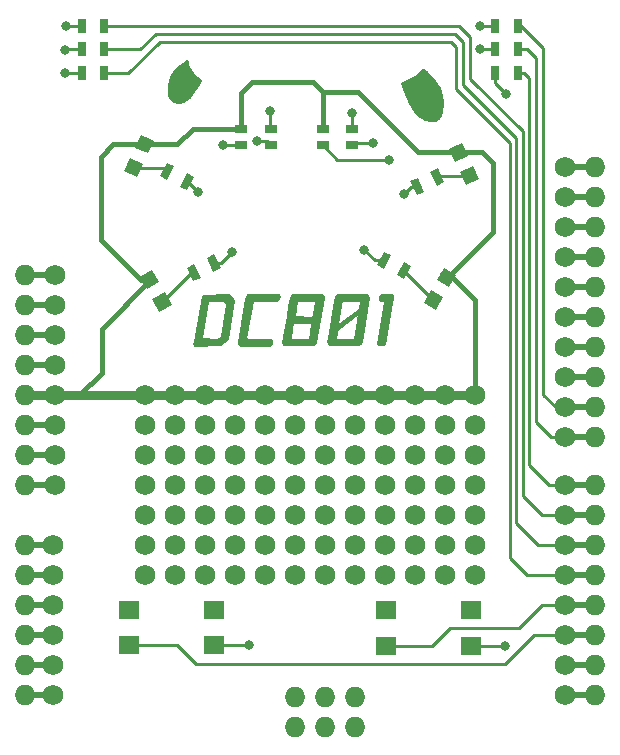
<source format=gtl>
G04 #@! TF.GenerationSoftware,KiCad,Pcbnew,(2017-12-24 revision 570866557)-makepkg*
G04 #@! TF.CreationDate,2018-02-26T21:20:21-07:00*
G04 #@! TF.ProjectId,DC801 Shield,444338303120536869656C642E6B6963,rev?*
G04 #@! TF.SameCoordinates,Original*
G04 #@! TF.FileFunction,Copper,L1,Top,Signal*
G04 #@! TF.FilePolarity,Positive*
%FSLAX46Y46*%
G04 Gerber Fmt 4.6, Leading zero omitted, Abs format (unit mm)*
G04 Created by KiCad (PCBNEW (2017-12-24 revision 570866557)-makepkg) date 02/26/18 21:20:21*
%MOMM*%
%LPD*%
G01*
G04 APERTURE LIST*
%ADD10R,0.700000X1.300000*%
%ADD11C,1.727200*%
%ADD12O,1.727200X1.727200*%
%ADD13R,1.000000X0.800000*%
%ADD14C,1.200000*%
%ADD15C,0.100000*%
%ADD16C,0.700000*%
%ADD17R,1.800000X1.600000*%
%ADD18C,0.800000*%
%ADD19C,0.250000*%
%ADD20C,0.500000*%
%ADD21C,0.400000*%
%ADD22C,0.800000*%
%ADD23C,0.254000*%
G04 APERTURE END LIST*
D10*
X119050000Y-78000000D03*
X120950000Y-78000000D03*
D11*
X152340000Y-120540000D03*
X149800000Y-120540000D03*
X147260000Y-120540000D03*
X144720000Y-120540000D03*
X142180000Y-120540000D03*
X139640000Y-120540000D03*
X137100000Y-120540000D03*
X134560000Y-120540000D03*
X132020000Y-120540000D03*
X129480000Y-120540000D03*
X126940000Y-120540000D03*
X152340000Y-105300000D03*
X149800000Y-105300000D03*
X147260000Y-105300000D03*
X144720000Y-105300000D03*
X142180000Y-105300000D03*
X139640000Y-105300000D03*
X137100000Y-105300000D03*
X134560000Y-105300000D03*
X132020000Y-105300000D03*
X129480000Y-105300000D03*
X126940000Y-105300000D03*
X124400000Y-120540000D03*
X152340000Y-118000000D03*
X149800000Y-118000000D03*
X147260000Y-118000000D03*
X144720000Y-118000000D03*
X142180000Y-118000000D03*
X139640000Y-118000000D03*
X137100000Y-118000000D03*
X134560000Y-118000000D03*
X132020000Y-118000000D03*
X129480000Y-118000000D03*
X126940000Y-118000000D03*
X124400000Y-118000000D03*
X152340000Y-115460000D03*
X149800000Y-115460000D03*
X147260000Y-115460000D03*
X144720000Y-115460000D03*
X142180000Y-115460000D03*
X139640000Y-115460000D03*
X137100000Y-115460000D03*
X134560000Y-115460000D03*
X132020000Y-115460000D03*
X129480000Y-115460000D03*
X126940000Y-115460000D03*
X124400000Y-115460000D03*
X152340000Y-112920000D03*
X149800000Y-112920000D03*
X147260000Y-112920000D03*
X144720000Y-112920000D03*
X142180000Y-112920000D03*
X139640000Y-112920000D03*
X137100000Y-112920000D03*
X134560000Y-112920000D03*
X132020000Y-112920000D03*
X129480000Y-112920000D03*
X126940000Y-112920000D03*
X124400000Y-112920000D03*
X152340000Y-110380000D03*
X149800000Y-110380000D03*
X147260000Y-110380000D03*
X144720000Y-110380000D03*
X142180000Y-110380000D03*
X139640000Y-110380000D03*
X137100000Y-110380000D03*
X134560000Y-110380000D03*
X132020000Y-110380000D03*
X129480000Y-110380000D03*
X126940000Y-110380000D03*
X124400000Y-110380000D03*
X152340000Y-107840000D03*
X149800000Y-107840000D03*
X147260000Y-107840000D03*
X144720000Y-107840000D03*
X142180000Y-107840000D03*
X139640000Y-107840000D03*
X137100000Y-107840000D03*
X134560000Y-107840000D03*
X132020000Y-107840000D03*
X129480000Y-107840000D03*
X126940000Y-107840000D03*
X124400000Y-107840000D03*
X124400000Y-105300000D03*
X159960000Y-130700000D03*
X159960000Y-128160000D03*
X159960000Y-125620000D03*
X159960000Y-123080000D03*
X159960000Y-120540000D03*
X159960000Y-118000000D03*
X159960000Y-115460000D03*
X159960000Y-112920000D03*
X159960000Y-108856000D03*
X159960000Y-106316000D03*
X159960000Y-103776000D03*
X159960000Y-101236000D03*
X159960000Y-98696000D03*
X159960000Y-96156000D03*
X159960000Y-93616000D03*
X159960000Y-91076000D03*
X159960000Y-88536000D03*
X159960000Y-85996000D03*
X116580000Y-130700000D03*
X116580000Y-128160000D03*
X116580000Y-125620000D03*
X116580000Y-123080000D03*
X116580000Y-120540000D03*
X116580000Y-118000000D03*
X116780000Y-112920000D03*
X116780000Y-110380000D03*
X116780000Y-107840000D03*
X116780000Y-105300000D03*
X116780000Y-102760000D03*
X116780000Y-100220000D03*
X116780000Y-97680000D03*
D12*
X137100000Y-130827000D03*
X137100000Y-133367000D03*
X139640000Y-133367000D03*
X139640000Y-130827000D03*
X142180000Y-133367000D03*
X114240000Y-118000000D03*
X114240000Y-112920000D03*
X114240000Y-110380000D03*
X114240000Y-107840000D03*
X114240000Y-105300000D03*
X114240000Y-102760000D03*
X114240000Y-100220000D03*
X114240000Y-97680000D03*
X162500000Y-130700000D03*
X162500000Y-128160000D03*
X162500000Y-125620000D03*
X162500000Y-123080000D03*
X162500000Y-120540000D03*
X162500000Y-118000000D03*
X162500000Y-115460000D03*
X162500000Y-112920000D03*
X162500000Y-93616000D03*
X162500000Y-108856000D03*
X162500000Y-106316000D03*
X162500000Y-103776000D03*
X162500000Y-85996000D03*
X162500000Y-88536000D03*
X162500000Y-91076000D03*
X162500000Y-96156000D03*
X162500000Y-98696000D03*
X162500000Y-101236000D03*
X114240000Y-95140000D03*
X114240000Y-120540000D03*
X114240000Y-123080000D03*
X114240000Y-125620000D03*
X114240000Y-128160000D03*
X114240000Y-130700000D03*
X142180000Y-130827000D03*
D13*
X132550000Y-84125000D03*
X135050000Y-84125000D03*
X135050000Y-82725000D03*
X132550000Y-82725000D03*
X139450000Y-82725000D03*
X141950000Y-82725000D03*
X141950000Y-84125000D03*
X139450000Y-84125000D03*
D14*
X124750000Y-95497372D03*
D15*
G36*
X123930385Y-95277757D02*
X124969615Y-94677757D01*
X125569615Y-95716987D01*
X124530385Y-96316987D01*
X123930385Y-95277757D01*
X123930385Y-95277757D01*
G37*
D14*
X125850000Y-97402628D03*
D15*
G36*
X125030385Y-97183013D02*
X126069615Y-96583013D01*
X126669615Y-97622243D01*
X125630385Y-98222243D01*
X125030385Y-97183013D01*
X125030385Y-97183013D01*
G37*
D14*
X148825000Y-97227628D03*
D15*
G36*
X148605385Y-96408013D02*
X149644615Y-97008013D01*
X149044615Y-98047243D01*
X148005385Y-97447243D01*
X148605385Y-96408013D01*
X148605385Y-96408013D01*
G37*
D14*
X149925000Y-95322372D03*
D15*
G36*
X149705385Y-94502757D02*
X150744615Y-95102757D01*
X150144615Y-96141987D01*
X149105385Y-95541987D01*
X149705385Y-94502757D01*
X149705385Y-94502757D01*
G37*
D14*
X124364880Y-84028061D03*
D15*
G36*
X124074666Y-83230705D02*
X125162236Y-83737847D01*
X124655094Y-84825417D01*
X123567524Y-84318275D01*
X124074666Y-83230705D01*
X124074666Y-83230705D01*
G37*
D14*
X123435120Y-86021939D03*
D15*
G36*
X123144906Y-85224583D02*
X124232476Y-85731725D01*
X123725334Y-86819295D01*
X122637764Y-86312153D01*
X123144906Y-85224583D01*
X123144906Y-85224583D01*
G37*
D14*
X151864880Y-86721939D03*
D15*
G36*
X151067524Y-86431725D02*
X152155094Y-85924583D01*
X152662236Y-87012153D01*
X151574666Y-87519295D01*
X151067524Y-86431725D01*
X151067524Y-86431725D01*
G37*
D14*
X150935120Y-84728061D03*
D15*
G36*
X150137764Y-84437847D02*
X151225334Y-83930705D01*
X151732476Y-85018275D01*
X150644906Y-85525417D01*
X150137764Y-84437847D01*
X150137764Y-84437847D01*
G37*
D10*
X119050000Y-76000000D03*
X120950000Y-76000000D03*
X120950000Y-73999999D03*
X119050000Y-74000001D03*
X154050000Y-78000000D03*
X155950000Y-78000000D03*
X155949999Y-76000000D03*
X154050001Y-76000000D03*
X155950000Y-74000000D03*
X154050000Y-74000000D03*
D16*
X130228854Y-94083547D03*
D15*
G36*
X130199217Y-94821193D02*
X129629335Y-93652761D01*
X130258491Y-93345901D01*
X130828373Y-94514333D01*
X130199217Y-94821193D01*
X130199217Y-94821193D01*
G37*
D16*
X128521146Y-94916453D03*
D15*
G36*
X128491509Y-95654099D02*
X127921627Y-94485667D01*
X128550783Y-94178807D01*
X129120665Y-95347239D01*
X128491509Y-95654099D01*
X128491509Y-95654099D01*
G37*
D16*
X146346457Y-94731290D03*
D15*
G36*
X146953403Y-94311032D02*
X146363215Y-95469341D01*
X145739511Y-95151548D01*
X146329699Y-93993239D01*
X146953403Y-94311032D01*
X146953403Y-94311032D01*
G37*
D16*
X144653543Y-93868710D03*
D15*
G36*
X145260489Y-93448452D02*
X144670301Y-94606761D01*
X144046597Y-94288968D01*
X144636785Y-93130659D01*
X145260489Y-93448452D01*
X145260489Y-93448452D01*
G37*
D16*
X127946456Y-87206291D03*
D15*
G36*
X127339510Y-87626549D02*
X127929698Y-86468240D01*
X128553402Y-86786033D01*
X127963214Y-87944342D01*
X127339510Y-87626549D01*
X127339510Y-87626549D01*
G37*
D16*
X126253544Y-86343709D03*
D15*
G36*
X125646598Y-86763967D02*
X126236786Y-85605658D01*
X126860490Y-85923451D01*
X126270302Y-87081760D01*
X125646598Y-86763967D01*
X125646598Y-86763967D01*
G37*
D16*
X149160991Y-86823513D03*
D15*
G36*
X149203497Y-86086497D02*
X149752901Y-87264697D01*
X149118485Y-87560529D01*
X148569081Y-86382329D01*
X149203497Y-86086497D01*
X149203497Y-86086497D01*
G37*
D16*
X147439009Y-87626487D03*
D15*
G36*
X147481515Y-86889471D02*
X148030919Y-88067671D01*
X147396503Y-88363503D01*
X146847099Y-87185303D01*
X147481515Y-86889471D01*
X147481515Y-86889471D01*
G37*
D17*
X123025000Y-123450000D03*
X130225000Y-123450000D03*
X123025000Y-126450000D03*
X130225000Y-126450000D03*
X152025000Y-126500000D03*
X144825000Y-126500000D03*
X152025000Y-123500000D03*
X144825000Y-123500000D03*
D11*
X116780000Y-95140000D03*
D18*
X130975000Y-84100000D03*
X117625000Y-77975000D03*
X133925000Y-83775000D03*
X117650000Y-76025000D03*
X135025000Y-81200000D03*
X117675000Y-74025000D03*
X141925000Y-81425000D03*
X152775000Y-74000000D03*
X143725000Y-83950000D03*
X152800000Y-76000000D03*
X145050000Y-85350000D03*
X154975000Y-79775000D03*
X154925000Y-126525000D03*
X133225000Y-126475000D03*
X131750000Y-93200000D03*
X142975000Y-93000000D03*
X128925000Y-88075000D03*
X146325000Y-88225000D03*
D19*
X159960000Y-115460000D02*
X162060000Y-115460000D01*
D20*
X116780000Y-97680000D02*
X114230000Y-97680000D01*
X114240000Y-95140000D02*
X116780000Y-95140000D01*
D19*
X130975000Y-84100000D02*
X132525000Y-84100000D01*
X132525000Y-84100000D02*
X132550000Y-84125000D01*
X117650000Y-78000000D02*
X117625000Y-77975000D01*
X119050000Y-78000000D02*
X117650000Y-78000000D01*
X133925000Y-83775000D02*
X134700000Y-83775000D01*
X134700000Y-83775000D02*
X135050000Y-84125000D01*
X117675000Y-76000000D02*
X117650000Y-76025000D01*
X119050000Y-76000000D02*
X117675000Y-76000000D01*
X135025000Y-81200000D02*
X135025000Y-82700000D01*
X135025000Y-82700000D02*
X135050000Y-82725000D01*
X117699999Y-74000001D02*
X117675000Y-74025000D01*
X119050000Y-74000001D02*
X117699999Y-74000001D01*
X141925000Y-81425000D02*
X141925000Y-82700000D01*
X141925000Y-82700000D02*
X141950000Y-82725000D01*
X154050000Y-74000000D02*
X152775000Y-74000000D01*
X141950000Y-82725000D02*
X141950000Y-82325000D01*
X143725000Y-83950000D02*
X142125000Y-83950000D01*
X142125000Y-83950000D02*
X141950000Y-84125000D01*
X154050001Y-76000000D02*
X152800000Y-76000000D01*
X145050000Y-85350000D02*
X140675000Y-85350000D01*
X140675000Y-85350000D02*
X139450000Y-84125000D01*
X154050000Y-78850000D02*
X154975000Y-79775000D01*
X154050000Y-78000000D02*
X154050000Y-78850000D01*
X139450000Y-84125000D02*
X139750000Y-84125000D01*
X128521146Y-94916453D02*
X128336175Y-94916453D01*
X128336175Y-94916453D02*
X125850000Y-97402628D01*
X146346457Y-94731290D02*
X146346457Y-94749085D01*
X146346457Y-94749085D02*
X148825000Y-97227628D01*
X123435120Y-86021939D02*
X125931774Y-86021939D01*
X125931774Y-86021939D02*
X126253544Y-86343709D01*
X151864880Y-86721939D02*
X149262565Y-86721939D01*
X149262565Y-86721939D02*
X149160991Y-86823513D01*
D20*
X114240000Y-118000000D02*
X116525000Y-118000000D01*
X114240000Y-112920000D02*
X116755000Y-112920000D01*
D19*
X154900000Y-126500000D02*
X154925000Y-126525000D01*
X152025000Y-126500000D02*
X154900000Y-126500000D01*
X133200000Y-126450000D02*
X133225000Y-126475000D01*
X130225000Y-126450000D02*
X133200000Y-126450000D01*
D20*
X162500000Y-93616000D02*
X160059000Y-93616000D01*
X114240000Y-110380000D02*
X116645000Y-110380000D01*
X114240000Y-107840000D02*
X116790000Y-107840000D01*
D21*
X150522372Y-95372372D02*
X152340000Y-97190000D01*
X152340000Y-97190000D02*
X152340000Y-105300000D01*
X149950000Y-95372372D02*
X150522372Y-95372372D01*
X153850000Y-85625000D02*
X153850000Y-91472372D01*
X153850000Y-91472372D02*
X149950000Y-95372372D01*
X152953061Y-84728061D02*
X153850000Y-85625000D01*
X150935120Y-84728061D02*
X152953061Y-84728061D01*
X147553061Y-84728061D02*
X142475000Y-79650000D01*
X150935120Y-84728061D02*
X147553061Y-84728061D01*
X142475000Y-79650000D02*
X139450000Y-79650000D01*
X138600000Y-78800000D02*
X139450000Y-79650000D01*
X139450000Y-79650000D02*
X139450000Y-82725000D01*
X133425000Y-78800000D02*
X138600000Y-78800000D01*
X132550000Y-79675000D02*
X133425000Y-78800000D01*
X132550000Y-82725000D02*
X132550000Y-79675000D01*
D22*
X149800000Y-105300000D02*
X152340000Y-105300000D01*
X147260000Y-105300000D02*
X149800000Y-105300000D01*
X144720000Y-105300000D02*
X147260000Y-105300000D01*
X142180000Y-105300000D02*
X144720000Y-105300000D01*
X139640000Y-105300000D02*
X142180000Y-105300000D01*
X137100000Y-105300000D02*
X139640000Y-105300000D01*
X134560000Y-105300000D02*
X137100000Y-105300000D01*
X132020000Y-105300000D02*
X134560000Y-105300000D01*
X129480000Y-105300000D02*
X132020000Y-105300000D01*
X126940000Y-105300000D02*
X129480000Y-105300000D01*
X124400000Y-105300000D02*
X126940000Y-105300000D01*
X116780000Y-105300000D02*
X124400000Y-105300000D01*
X114240000Y-105300000D02*
X116780000Y-105300000D01*
D21*
X127121939Y-84028061D02*
X128425000Y-82725000D01*
X128425000Y-82725000D02*
X132550000Y-82725000D01*
X124364880Y-84028061D02*
X127121939Y-84028061D01*
X120650000Y-85100000D02*
X121721939Y-84028061D01*
X121721939Y-84028061D02*
X124364880Y-84028061D01*
X120650000Y-92150000D02*
X120650000Y-85100000D01*
X124072372Y-95572372D02*
X120650000Y-92150000D01*
X124850000Y-95572372D02*
X124072372Y-95572372D01*
X120725000Y-103375000D02*
X120725000Y-99697372D01*
X120725000Y-99697372D02*
X124850000Y-95572372D01*
X118800000Y-105300000D02*
X120725000Y-103375000D01*
X116780000Y-105300000D02*
X118800000Y-105300000D01*
D20*
X114240000Y-105300000D02*
X116725000Y-105300000D01*
X114240000Y-102760000D02*
X116790000Y-102760000D01*
X114240000Y-100220000D02*
X116670000Y-100220000D01*
X162500000Y-130700000D02*
X160000000Y-130700000D01*
X162500000Y-128160000D02*
X159940000Y-128160000D01*
D19*
X154875000Y-128050000D02*
X157305000Y-125620000D01*
X157305000Y-125620000D02*
X162500000Y-125620000D01*
X128700000Y-128050000D02*
X154875000Y-128050000D01*
X127100000Y-126450000D02*
X128700000Y-128050000D01*
X123025000Y-126450000D02*
X127100000Y-126450000D01*
D20*
X162500000Y-125620000D02*
X159920000Y-125620000D01*
D19*
X156100000Y-124975000D02*
X157995000Y-123080000D01*
X157995000Y-123080000D02*
X162500000Y-123080000D01*
X150250000Y-124975000D02*
X156100000Y-124975000D01*
X148725000Y-126500000D02*
X150250000Y-124975000D01*
X144825000Y-126500000D02*
X148725000Y-126500000D01*
D20*
X162500000Y-123080000D02*
X159945000Y-123080000D01*
X162500000Y-85996000D02*
X160004000Y-85996000D01*
X162500000Y-88536000D02*
X160164000Y-88536000D01*
X162500000Y-91076000D02*
X160049000Y-91076000D01*
X114240000Y-120540000D02*
X116635000Y-120540000D01*
X114240000Y-123080000D02*
X116545000Y-123080000D01*
X114240000Y-125620000D02*
X116455000Y-125620000D01*
X114240000Y-128160000D02*
X116560000Y-128160000D01*
X114240000Y-130700000D02*
X116550000Y-130700000D01*
D19*
X150725000Y-75800000D02*
X150275000Y-75350000D01*
X160035000Y-120540000D02*
X156740000Y-120540000D01*
X150725000Y-79350000D02*
X150725000Y-75800000D01*
X155275000Y-83900000D02*
X150725000Y-79350000D01*
X156740000Y-120540000D02*
X155275000Y-119075000D01*
X155275000Y-119075000D02*
X155275000Y-83900000D01*
X150275000Y-75350000D02*
X125650000Y-75350000D01*
X125650000Y-75350000D02*
X123000000Y-78000000D01*
X123000000Y-78000000D02*
X120950000Y-78000000D01*
D20*
X162500000Y-120540000D02*
X160035000Y-120540000D01*
D19*
X151350000Y-75375000D02*
X150650000Y-74675000D01*
X151350000Y-79050000D02*
X151350000Y-75375000D01*
X155825000Y-83525000D02*
X151350000Y-79050000D01*
X160075000Y-118000000D02*
X157700000Y-118000000D01*
X155825000Y-116125000D02*
X155825000Y-83525000D01*
X157700000Y-118000000D02*
X155825000Y-116125000D01*
X150650000Y-74675000D02*
X125325000Y-74675000D01*
X125325000Y-74675000D02*
X124000000Y-76000000D01*
X124000000Y-76000000D02*
X120950000Y-76000000D01*
D20*
X162500000Y-118000000D02*
X160075000Y-118000000D01*
D19*
X152075000Y-78650000D02*
X151950000Y-78525000D01*
X156375000Y-82925000D02*
X152075000Y-78650000D01*
X151950000Y-78525000D02*
X151950000Y-74950000D01*
X151950000Y-74950000D02*
X150999999Y-73999999D01*
X150999999Y-73999999D02*
X120950000Y-73999999D01*
X160035000Y-115460000D02*
X157985000Y-115460000D01*
X156375000Y-113850000D02*
X156375000Y-82950000D01*
X157985000Y-115460000D02*
X156375000Y-113850000D01*
D20*
X162500000Y-115460000D02*
X160035000Y-115460000D01*
D19*
X156925000Y-111200000D02*
X158645000Y-112920000D01*
X158645000Y-112920000D02*
X159930000Y-112920000D01*
X156925000Y-78475000D02*
X156925000Y-111200000D01*
X156450000Y-78000000D02*
X156925000Y-78475000D01*
X155950000Y-78000000D02*
X156450000Y-78000000D01*
D20*
X162500000Y-112920000D02*
X159930000Y-112920000D01*
D19*
X157500000Y-107550000D02*
X158806000Y-108856000D01*
X158806000Y-108856000D02*
X160019000Y-108856000D01*
X157500000Y-76725000D02*
X157500000Y-107550000D01*
X156775000Y-76000000D02*
X157500000Y-76725000D01*
X155949999Y-76000000D02*
X156775000Y-76000000D01*
D20*
X162500000Y-108856000D02*
X160019000Y-108856000D01*
D19*
X158100000Y-105250000D02*
X159166000Y-106316000D01*
X159166000Y-106316000D02*
X160059000Y-106316000D01*
X158100000Y-75875000D02*
X158100000Y-105250000D01*
X156225000Y-74000000D02*
X158100000Y-75875000D01*
X155950000Y-74000000D02*
X156225000Y-74000000D01*
D20*
X162500000Y-106316000D02*
X160059000Y-106316000D01*
D19*
X130866453Y-94083547D02*
X131750000Y-93200000D01*
X130228854Y-94083547D02*
X130866453Y-94083547D01*
D20*
X162500000Y-103776000D02*
X160024000Y-103776000D01*
D19*
X143843710Y-93868710D02*
X142975000Y-93000000D01*
X144653543Y-93868710D02*
X143843710Y-93868710D01*
D20*
X162500000Y-101236000D02*
X160064000Y-101236000D01*
D19*
X128056291Y-87206291D02*
X128925000Y-88075000D01*
X127946456Y-87206291D02*
X128056291Y-87206291D01*
D20*
X162500000Y-98696000D02*
X160004000Y-98696000D01*
D19*
X146923513Y-87626487D02*
X146325000Y-88225000D01*
X147439009Y-87626487D02*
X146923513Y-87626487D01*
D20*
X162500000Y-96156000D02*
X160019000Y-96156000D01*
D23*
G36*
X127977976Y-77160538D02*
X128076792Y-77555802D01*
X128094330Y-77595447D01*
X128494330Y-78195447D01*
X128529553Y-78230670D01*
X129043812Y-78573510D01*
X128887967Y-78963122D01*
X128107332Y-80036496D01*
X127638353Y-80411679D01*
X127379390Y-80498000D01*
X127120610Y-80498000D01*
X126856294Y-80409895D01*
X126598509Y-80238038D01*
X126427000Y-79895020D01*
X126427000Y-78945610D01*
X126617630Y-78373720D01*
X126804374Y-78000232D01*
X127382375Y-77422232D01*
X127933893Y-77028290D01*
X127977976Y-77160538D01*
X127977976Y-77160538D01*
G37*
X127977976Y-77160538D02*
X128076792Y-77555802D01*
X128094330Y-77595447D01*
X128494330Y-78195447D01*
X128529553Y-78230670D01*
X129043812Y-78573510D01*
X128887967Y-78963122D01*
X128107332Y-80036496D01*
X127638353Y-80411679D01*
X127379390Y-80498000D01*
X127120610Y-80498000D01*
X126856294Y-80409895D01*
X126598509Y-80238038D01*
X126427000Y-79895020D01*
X126427000Y-78945610D01*
X126617630Y-78373720D01*
X126804374Y-78000232D01*
X127382375Y-77422232D01*
X127933893Y-77028290D01*
X127977976Y-77160538D01*
G36*
X148213172Y-77918629D02*
X148898945Y-78702369D01*
X149284895Y-79281294D01*
X149475895Y-79854296D01*
X149571710Y-80525000D01*
X149475202Y-81200559D01*
X149382127Y-81572857D01*
X149208419Y-81833419D01*
X148961548Y-81998000D01*
X148612577Y-81998000D01*
X148146478Y-81904780D01*
X147678749Y-81624142D01*
X147297232Y-81242626D01*
X146811702Y-80562884D01*
X146320081Y-79382993D01*
X146158186Y-78816362D01*
X146430802Y-78748208D01*
X146447167Y-78742917D01*
X146947167Y-78542917D01*
X146965341Y-78533902D01*
X147465341Y-78233902D01*
X147489803Y-78214803D01*
X147889803Y-77814803D01*
X147913592Y-77781796D01*
X147945538Y-77717904D01*
X148213172Y-77918629D01*
X148213172Y-77918629D01*
G37*
X148213172Y-77918629D02*
X148898945Y-78702369D01*
X149284895Y-79281294D01*
X149475895Y-79854296D01*
X149571710Y-80525000D01*
X149475202Y-81200559D01*
X149382127Y-81572857D01*
X149208419Y-81833419D01*
X148961548Y-81998000D01*
X148612577Y-81998000D01*
X148146478Y-81904780D01*
X147678749Y-81624142D01*
X147297232Y-81242626D01*
X146811702Y-80562884D01*
X146320081Y-79382993D01*
X146158186Y-78816362D01*
X146430802Y-78748208D01*
X146447167Y-78742917D01*
X146947167Y-78542917D01*
X146965341Y-78533902D01*
X147465341Y-78233902D01*
X147489803Y-78214803D01*
X147889803Y-77814803D01*
X147913592Y-77781796D01*
X147945538Y-77717904D01*
X148213172Y-77918629D01*
G36*
X131864188Y-97243794D02*
X131332458Y-100506686D01*
X130754487Y-100973509D01*
X128623763Y-100997722D01*
X128621330Y-100996748D01*
X129287194Y-100552839D01*
X130397240Y-100576970D01*
X130400000Y-100577000D01*
X130550000Y-100577000D01*
X130620447Y-100555670D01*
X130845447Y-100405670D01*
X130880523Y-100370668D01*
X130900536Y-100319226D01*
X131325536Y-97544226D01*
X131323338Y-97494722D01*
X131295577Y-97441370D01*
X131120577Y-97241370D01*
X131081298Y-97211160D01*
X131025000Y-97198000D01*
X129750000Y-97198000D01*
X129701399Y-97207667D01*
X129660197Y-97235197D01*
X129632667Y-97276399D01*
X129624620Y-97304777D01*
X129133444Y-100350069D01*
X128601685Y-100704575D01*
X129281752Y-96850860D01*
X131447961Y-96827567D01*
X131864188Y-97243794D01*
X131864188Y-97243794D01*
G37*
X131864188Y-97243794D02*
X131332458Y-100506686D01*
X130754487Y-100973509D01*
X128623763Y-100997722D01*
X128621330Y-100996748D01*
X129287194Y-100552839D01*
X130397240Y-100576970D01*
X130400000Y-100577000D01*
X130550000Y-100577000D01*
X130620447Y-100555670D01*
X130845447Y-100405670D01*
X130880523Y-100370668D01*
X130900536Y-100319226D01*
X131325536Y-97544226D01*
X131323338Y-97494722D01*
X131295577Y-97441370D01*
X131120577Y-97241370D01*
X131081298Y-97211160D01*
X131025000Y-97198000D01*
X129750000Y-97198000D01*
X129701399Y-97207667D01*
X129660197Y-97235197D01*
X129632667Y-97276399D01*
X129624620Y-97304777D01*
X129133444Y-100350069D01*
X128601685Y-100704575D01*
X129281752Y-96850860D01*
X131447961Y-96827567D01*
X131864188Y-97243794D01*
G36*
X128858882Y-100736754D02*
X128780508Y-100998000D01*
X128624459Y-100998000D01*
X128566998Y-100975015D01*
X128557698Y-100956416D01*
X128603446Y-100712427D01*
X128858882Y-100736754D01*
X128858882Y-100736754D01*
G37*
X128858882Y-100736754D02*
X128780508Y-100998000D01*
X128624459Y-100998000D01*
X128566998Y-100975015D01*
X128557698Y-100956416D01*
X128603446Y-100712427D01*
X128858882Y-100736754D01*
G36*
X135694086Y-96848692D02*
X135712136Y-96866742D01*
X135658007Y-97137387D01*
X135615131Y-97180263D01*
X135490971Y-97198000D01*
X133550000Y-97198000D01*
X133501399Y-97207667D01*
X133460197Y-97235197D01*
X133432667Y-97276399D01*
X133424755Y-97303959D01*
X132899755Y-100428959D01*
X132901237Y-100478490D01*
X132921560Y-100523683D01*
X132957631Y-100557659D01*
X133023393Y-100576990D01*
X134988692Y-100601867D01*
X135078930Y-100616907D01*
X135089879Y-100631506D01*
X135032416Y-100937978D01*
X135003630Y-100966764D01*
X134925541Y-100998000D01*
X132537577Y-100998000D01*
X132449541Y-100980393D01*
X132405914Y-100951308D01*
X132368581Y-100913975D01*
X132353718Y-100824796D01*
X132973091Y-97034232D01*
X133008236Y-96946370D01*
X133078749Y-96875857D01*
X133160178Y-96827000D01*
X135661548Y-96827000D01*
X135694086Y-96848692D01*
X135694086Y-96848692D01*
G37*
X135694086Y-96848692D02*
X135712136Y-96866742D01*
X135658007Y-97137387D01*
X135615131Y-97180263D01*
X135490971Y-97198000D01*
X133550000Y-97198000D01*
X133501399Y-97207667D01*
X133460197Y-97235197D01*
X133432667Y-97276399D01*
X133424755Y-97303959D01*
X132899755Y-100428959D01*
X132901237Y-100478490D01*
X132921560Y-100523683D01*
X132957631Y-100557659D01*
X133023393Y-100576990D01*
X134988692Y-100601867D01*
X135078930Y-100616907D01*
X135089879Y-100631506D01*
X135032416Y-100937978D01*
X135003630Y-100966764D01*
X134925541Y-100998000D01*
X132537577Y-100998000D01*
X132449541Y-100980393D01*
X132405914Y-100951308D01*
X132368581Y-100913975D01*
X132353718Y-100824796D01*
X132973091Y-97034232D01*
X133008236Y-96946370D01*
X133078749Y-96875857D01*
X133160178Y-96827000D01*
X135661548Y-96827000D01*
X135694086Y-96848692D01*
G36*
X139378630Y-96858236D02*
X139436927Y-96916533D01*
X139469943Y-97032089D01*
X138828836Y-100780095D01*
X138782433Y-100857433D01*
X138589822Y-100973000D01*
X136242333Y-100973000D01*
X136183424Y-100928818D01*
X136127000Y-100872394D01*
X136127000Y-100785925D01*
X136431209Y-99030874D01*
X136878978Y-99046866D01*
X136674317Y-100456756D01*
X136676903Y-100506241D01*
X136698228Y-100550970D01*
X136735048Y-100584134D01*
X136800000Y-100602000D01*
X138250000Y-100602000D01*
X138298601Y-100592333D01*
X138339803Y-100564803D01*
X138367333Y-100523601D01*
X138375405Y-100495065D01*
X138575277Y-99245865D01*
X138900134Y-97371690D01*
X138898909Y-97322152D01*
X138878820Y-97276854D01*
X138842926Y-97242692D01*
X138777228Y-97223020D01*
X137353290Y-97198039D01*
X136738655Y-97177551D01*
X136749308Y-97060363D01*
X136804374Y-96950232D01*
X136914930Y-96839676D01*
X136965634Y-96827000D01*
X139300540Y-96827000D01*
X139378630Y-96858236D01*
X139378630Y-96858236D01*
G37*
X139378630Y-96858236D02*
X139436927Y-96916533D01*
X139469943Y-97032089D01*
X138828836Y-100780095D01*
X138782433Y-100857433D01*
X138589822Y-100973000D01*
X136242333Y-100973000D01*
X136183424Y-100928818D01*
X136127000Y-100872394D01*
X136127000Y-100785925D01*
X136431209Y-99030874D01*
X136878978Y-99046866D01*
X136674317Y-100456756D01*
X136676903Y-100506241D01*
X136698228Y-100550970D01*
X136735048Y-100584134D01*
X136800000Y-100602000D01*
X138250000Y-100602000D01*
X138298601Y-100592333D01*
X138339803Y-100564803D01*
X138367333Y-100523601D01*
X138375405Y-100495065D01*
X138575277Y-99245865D01*
X138900134Y-97371690D01*
X138898909Y-97322152D01*
X138878820Y-97276854D01*
X138842926Y-97242692D01*
X138777228Y-97223020D01*
X137353290Y-97198039D01*
X136738655Y-97177551D01*
X136749308Y-97060363D01*
X136804374Y-96950232D01*
X136914930Y-96839676D01*
X136965634Y-96827000D01*
X139300540Y-96827000D01*
X139378630Y-96858236D01*
G36*
X136999502Y-98555526D02*
X137001603Y-98605035D01*
X137022489Y-98649970D01*
X137058982Y-98683493D01*
X137122952Y-98701983D01*
X138532124Y-98724712D01*
X138487475Y-99096782D01*
X136423191Y-99074586D01*
X136708656Y-97252000D01*
X137201773Y-97252000D01*
X136999502Y-98555526D01*
X136999502Y-98555526D01*
G37*
X136999502Y-98555526D02*
X137001603Y-98605035D01*
X137022489Y-98649970D01*
X137058982Y-98683493D01*
X137122952Y-98701983D01*
X138532124Y-98724712D01*
X138487475Y-99096782D01*
X136423191Y-99074586D01*
X136708656Y-97252000D01*
X137201773Y-97252000D01*
X136999502Y-98555526D01*
G36*
X143118706Y-96840105D02*
X143223141Y-96909728D01*
X143268669Y-97015961D01*
X142653621Y-100755455D01*
X142603897Y-100838327D01*
X142529044Y-100894467D01*
X142432645Y-100952306D01*
X142267096Y-100973000D01*
X140160511Y-100973000D01*
X140025880Y-100950562D01*
X139974546Y-100937728D01*
X139946123Y-100899830D01*
X139928063Y-100773410D01*
X139975665Y-100368790D01*
X140055991Y-99927000D01*
X140552799Y-99927000D01*
X140474371Y-100456388D01*
X140476812Y-100505881D01*
X140498007Y-100550673D01*
X140534729Y-100583944D01*
X140600000Y-100602000D01*
X142050000Y-100602000D01*
X142098601Y-100592333D01*
X142139803Y-100564803D01*
X142167333Y-100523601D01*
X142175272Y-100495879D01*
X142700272Y-97345879D01*
X142698726Y-97296350D01*
X142678344Y-97251183D01*
X142642229Y-97217254D01*
X142575000Y-97198000D01*
X140520057Y-97198000D01*
X140548082Y-96987816D01*
X140585056Y-96913868D01*
X140618603Y-96863548D01*
X140678154Y-96818885D01*
X140762577Y-96802000D01*
X143004390Y-96802000D01*
X143118706Y-96840105D01*
X143118706Y-96840105D01*
G37*
X143118706Y-96840105D02*
X143223141Y-96909728D01*
X143268669Y-97015961D01*
X142653621Y-100755455D01*
X142603897Y-100838327D01*
X142529044Y-100894467D01*
X142432645Y-100952306D01*
X142267096Y-100973000D01*
X140160511Y-100973000D01*
X140025880Y-100950562D01*
X139974546Y-100937728D01*
X139946123Y-100899830D01*
X139928063Y-100773410D01*
X139975665Y-100368790D01*
X140055991Y-99927000D01*
X140552799Y-99927000D01*
X140474371Y-100456388D01*
X140476812Y-100505881D01*
X140498007Y-100550673D01*
X140534729Y-100583944D01*
X140600000Y-100602000D01*
X142050000Y-100602000D01*
X142098601Y-100592333D01*
X142139803Y-100564803D01*
X142167333Y-100523601D01*
X142175272Y-100495879D01*
X142700272Y-97345879D01*
X142698726Y-97296350D01*
X142678344Y-97251183D01*
X142642229Y-97217254D01*
X142575000Y-97198000D01*
X140520057Y-97198000D01*
X140548082Y-96987816D01*
X140585056Y-96913868D01*
X140618603Y-96863548D01*
X140678154Y-96818885D01*
X140762577Y-96802000D01*
X143004390Y-96802000D01*
X143118706Y-96840105D01*
G36*
X140674530Y-99180348D02*
X140676560Y-99229859D01*
X140697383Y-99274825D01*
X140733829Y-99308399D01*
X140780348Y-99325470D01*
X140829859Y-99323440D01*
X140876637Y-99301271D01*
X142510843Y-98064575D01*
X142500845Y-98284521D01*
X140623589Y-99698558D01*
X140590586Y-99735521D01*
X140574728Y-99779121D01*
X140543021Y-99969363D01*
X140049504Y-99952912D01*
X140507286Y-97252000D01*
X140976560Y-97252000D01*
X140674530Y-99180348D01*
X140674530Y-99180348D01*
G37*
X140674530Y-99180348D02*
X140676560Y-99229859D01*
X140697383Y-99274825D01*
X140733829Y-99308399D01*
X140780348Y-99325470D01*
X140829859Y-99323440D01*
X140876637Y-99301271D01*
X142510843Y-98064575D01*
X142500845Y-98284521D01*
X140623589Y-99698558D01*
X140590586Y-99735521D01*
X140574728Y-99779121D01*
X140543021Y-99969363D01*
X140049504Y-99952912D01*
X140507286Y-97252000D01*
X140976560Y-97252000D01*
X140674530Y-99180348D01*
G36*
X145310070Y-96839676D02*
X145316277Y-96845883D01*
X145299288Y-96981794D01*
X144642199Y-100973000D01*
X144149919Y-100973000D01*
X144750272Y-97370879D01*
X144748726Y-97321350D01*
X144728344Y-97276183D01*
X144692229Y-97242254D01*
X144625000Y-97223000D01*
X144340634Y-97223000D01*
X144289930Y-97210324D01*
X144277000Y-97197394D01*
X144277000Y-97161449D01*
X144321705Y-96915569D01*
X144354374Y-96850232D01*
X144377606Y-96827000D01*
X145259366Y-96827000D01*
X145310070Y-96839676D01*
X145310070Y-96839676D01*
G37*
X145310070Y-96839676D02*
X145316277Y-96845883D01*
X145299288Y-96981794D01*
X144642199Y-100973000D01*
X144149919Y-100973000D01*
X144750272Y-97370879D01*
X144748726Y-97321350D01*
X144728344Y-97276183D01*
X144692229Y-97242254D01*
X144625000Y-97223000D01*
X144340634Y-97223000D01*
X144289930Y-97210324D01*
X144277000Y-97197394D01*
X144277000Y-97161449D01*
X144321705Y-96915569D01*
X144354374Y-96850232D01*
X144377606Y-96827000D01*
X145259366Y-96827000D01*
X145310070Y-96839676D01*
M02*

</source>
